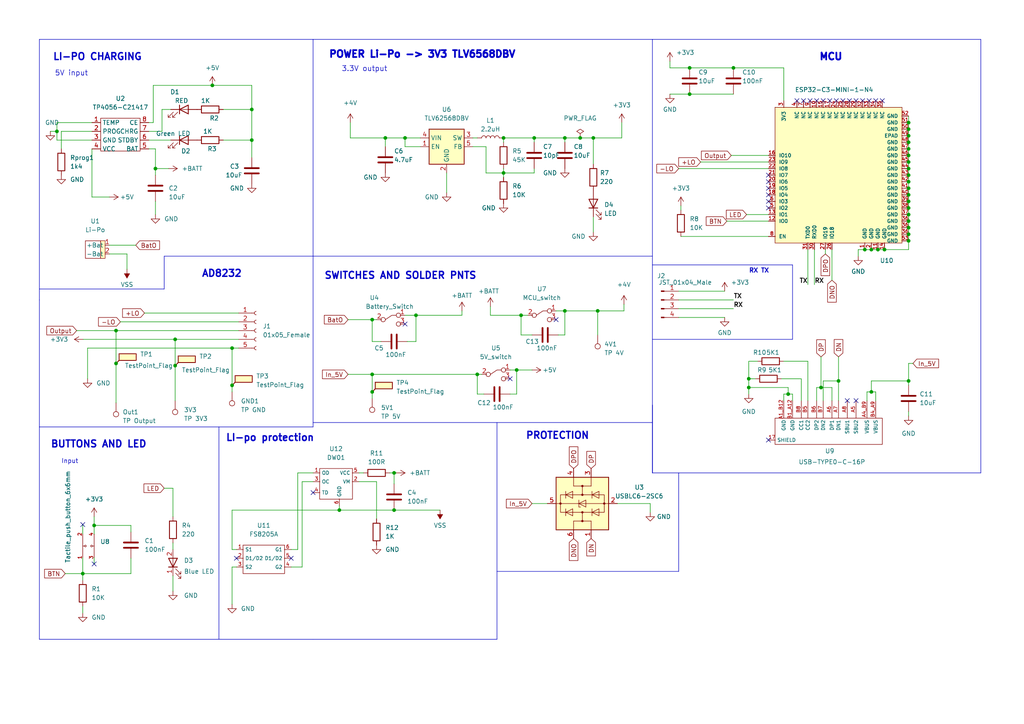
<source format=kicad_sch>
(kicad_sch (version 20230121) (generator eeschema)
  (paper "A4")
  (junction (at 138.43 108.585))
  (junction (at 200.025 19.685))
  (junction (at 263.525 69.85))
  (junction (at 114.3 137.16))
  (junction (at 107.95 92.71))
  (junction (at 263.525 39.37))
  (junction (at 256.54 72.39))
  (junction (at 263.525 110.49))
  (junction (at 200.025 27.305))
  (junction (at 263.525 41.275))
  (junction (at 252.73 72.39))
  (junction (at 67.31 100.965))
  (junction (at 73.025 40.64))
  (junction (at 263.525 60.325))
  (junction (at 154.94 40.005))
  (junction (at 263.525 50.8))
  (junction (at 263.525 45.085))
  (junction (at 263.525 66.04))
  (junction (at 73.025 31.75))
  (junction (at 263.525 48.895))
  (junction (at 98.425 147.955))
  (junction (at 24.003 166.37))
  (junction (at 250.825 72.39))
  (junction (at 50.8 106.045))
  (junction (at 16.51 38.1))
  (junction (at 238.125 112.395))
  (junction (at 107.95 113.665))
  (junction (at 117.475 40.005))
  (junction (at 163.83 40.005))
  (junction (at 263.525 64.135))
  (junction (at 146.05 40.005))
  (junction (at 263.525 37.465))
  (junction (at 149.86 107.315))
  (junction (at 168.275 40.005))
  (junction (at 263.525 46.99))
  (junction (at 254.635 72.39))
  (junction (at 27.305 152.4))
  (junction (at 243.205 110.49))
  (junction (at 263.525 52.705))
  (junction (at 111.76 40.005))
  (junction (at 212.725 19.685))
  (junction (at 120.65 91.44))
  (junction (at 263.525 43.18))
  (junction (at 263.525 56.515))
  (junction (at 252.73 113.665))
  (junction (at 114.3 147.955))
  (junction (at 173.355 90.17))
  (junction (at 263.525 58.42))
  (junction (at 263.525 54.61))
  (junction (at 263.525 62.23))
  (junction (at 263.525 35.56))
  (junction (at 67.31 111.76))
  (junction (at 107.95 108.585))
  (junction (at 263.525 67.945))
  (junction (at 50.8 98.425))
  (junction (at 217.17 109.855))
  (junction (at 163.83 90.17))
  (junction (at 61.595 24.765))
  (junction (at 172.085 40.005))
  (junction (at 33.655 95.885))
  (junction (at 33.655 105.41))
  (junction (at 45.085 48.895))
  (junction (at 146.05 50.165))
  (junction (at 228.6 114.3))
  (junction (at 217.17 112.395))
  (junction (at 151.13 91.44))
  (no_connect (at 90.805 142.875))
  (no_connect (at 24.003 152.146))
  (no_connect (at 231.14 29.21))
  (no_connect (at 252.095 29.21))
  (no_connect (at 246.38 29.21))
  (no_connect (at 222.885 54.61))
  (no_connect (at 244.475 29.21))
  (no_connect (at 222.885 127.635))
  (no_connect (at 250.19 29.21))
  (no_connect (at 234.95 29.21))
  (no_connect (at 233.045 29.21))
  (no_connect (at 248.285 116.205))
  (no_connect (at 222.885 56.515))
  (no_connect (at 222.885 50.8))
  (no_connect (at 68.58 161.925))
  (no_connect (at 254 29.21))
  (no_connect (at 27.305 163.576))
  (no_connect (at 222.885 52.705))
  (no_connect (at 242.57 29.21))
  (no_connect (at 222.885 60.325))
  (no_connect (at 236.855 29.21))
  (no_connect (at 84.455 161.925))
  (no_connect (at 240.665 29.21))
  (no_connect (at 255.905 29.21))
  (no_connect (at 222.885 58.42))
  (no_connect (at 117.475 93.98))
  (no_connect (at 248.285 29.21))
  (no_connect (at 147.955 109.855))
  (no_connect (at 161.29 92.71))
  (no_connect (at 238.76 29.21))
  (no_connect (at 245.745 116.205))
  (wire (pts (xy 263.525 60.325) (xy 263.525 62.23)))
  (polyline (pts (xy 189.23 137.16) (xy 284.48 137.16)) (stroke (width 0) (type solid)))
  (wire (pts (xy 43.18 43.18) (xy 45.085 43.18)))
  (wire (pts (xy 149.86 114.3) (xy 149.86 107.315)))
  (wire (pts (xy 24.003 152.146) (xy 24.003 154.94)))
  (wire (pts (xy 16.51 40.64) (xy 26.67 40.64)))
  (wire (pts (xy 248.92 72.39) (xy 250.825 72.39)))
  (wire (pts (xy 64.77 31.75) (xy 73.025 31.75)))
  (wire (pts (xy 227.33 19.685) (xy 212.725 19.685)))
  (wire (pts (xy 27.305 152.4) (xy 37.973 152.4)))
  (wire (pts (xy 200.025 19.685) (xy 194.31 19.685)))
  (wire (pts (xy 196.85 48.895) (xy 222.885 48.895)))
  (wire (pts (xy 154.94 40.005) (xy 163.83 40.005)))
  (wire (pts (xy 110.49 99.06) (xy 107.95 99.06)))
  (wire (pts (xy 45.085 58.42) (xy 45.085 62.23)))
  (wire (pts (xy 133.985 90.17) (xy 133.985 91.44)))
  (wire (pts (xy 173.355 90.17) (xy 173.355 97.155)))
  (wire (pts (xy 87.63 164.465) (xy 87.63 139.7)))
  (wire (pts (xy 227.33 29.21) (xy 227.33 19.685)))
  (wire (pts (xy 27.305 161.671) (xy 27.305 163.576)))
  (wire (pts (xy 24.13 98.425) (xy 50.8 98.425)))
  (polyline (pts (xy 229.87 98.425) (xy 189.23 98.425)))
  (wire (pts (xy 168.275 40.005) (xy 172.085 40.005)))
  (wire (pts (xy 73.025 24.765) (xy 73.025 31.75)))
  (wire (pts (xy 16.51 38.1) (xy 14.605 38.1)))
  (wire (pts (xy 252.73 72.39) (xy 254.635 72.39)))
  (wire (pts (xy 219.71 104.775) (xy 217.17 104.775)))
  (polyline (pts (xy 144.145 185.42) (xy 144.145 122.555)) (stroke (width 0) (type solid)))
  (wire (pts (xy 263.525 48.895) (xy 263.525 50.8)))
  (wire (pts (xy 263.525 45.085) (xy 263.525 46.99)))
  (wire (pts (xy 104.14 137.16) (xy 105.41 137.16)))
  (wire (pts (xy 137.16 40.005) (xy 138.43 40.005)))
  (wire (pts (xy 263.525 37.465) (xy 263.525 39.37)))
  (wire (pts (xy 263.525 56.515) (xy 263.525 58.42)))
  (wire (pts (xy 203.2 46.99) (xy 222.885 46.99)))
  (wire (pts (xy 180.34 35.56) (xy 180.34 40.005)))
  (wire (pts (xy 238.125 112.395) (xy 236.855 112.395)))
  (wire (pts (xy 216.535 62.23) (xy 222.885 62.23)))
  (wire (pts (xy 101.6 35.56) (xy 101.6 40.005)))
  (wire (pts (xy 17.78 38.1) (xy 17.78 43.18)))
  (polyline (pts (xy 90.805 11.43) (xy 90.805 123.825)) (stroke (width 0) (type solid)))
  (polyline (pts (xy 90.805 185.42) (xy 11.43 185.42)) (stroke (width 0) (type solid)))
  (wire (pts (xy 173.355 90.17) (xy 180.975 90.17)))
  (wire (pts (xy 248.92 72.39) (xy 248.92 74.295)))
  (wire (pts (xy 50.8 98.425) (xy 50.8 106.045)))
  (wire (pts (xy 37.973 154.305) (xy 37.973 152.4)))
  (wire (pts (xy 22.225 95.885) (xy 33.655 95.885)))
  (wire (pts (xy 263.525 110.49) (xy 263.525 111.76)))
  (wire (pts (xy 33.655 105.41) (xy 33.655 116.84)))
  (wire (pts (xy 217.17 112.395) (xy 228.6 112.395)))
  (polyline (pts (xy 11.43 185.42) (xy 11.43 123.825)) (stroke (width 0) (type solid)))
  (wire (pts (xy 188.595 146.05) (xy 188.595 148.59)))
  (wire (pts (xy 86.36 159.385) (xy 84.455 159.385)))
  (wire (pts (xy 263.525 64.135) (xy 263.525 66.04)))
  (wire (pts (xy 114.3 147.955) (xy 127.635 147.955)))
  (wire (pts (xy 64.77 40.64) (xy 73.025 40.64)))
  (wire (pts (xy 109.22 139.7) (xy 109.22 150.495)))
  (wire (pts (xy 16.51 35.56) (xy 26.67 35.56)))
  (wire (pts (xy 263.525 35.56) (xy 263.525 37.465)))
  (polyline (pts (xy 63.5 123.825) (xy 63.5 185.42)) (stroke (width 0) (type solid)))
  (wire (pts (xy 263.525 105.41) (xy 263.525 110.49)))
  (wire (pts (xy 73.025 40.64) (xy 73.025 45.72)))
  (wire (pts (xy 111.76 42.545) (xy 111.76 40.005)))
  (wire (pts (xy 161.925 97.155) (xy 163.83 97.155)))
  (polyline (pts (xy 189.23 11.43) (xy 189.23 137.16)) (stroke (width 0) (type solid)))
  (polyline (pts (xy 189.23 122.555) (xy 90.805 122.555)) (stroke (width 0) (type solid)))
  (wire (pts (xy 210.82 64.135) (xy 222.885 64.135)))
  (wire (pts (xy 263.525 50.8) (xy 263.525 52.705)))
  (wire (pts (xy 228.6 114.3) (xy 228.6 112.395)))
  (wire (pts (xy 161.29 90.17) (xy 163.83 90.17)))
  (wire (pts (xy 44.45 24.765) (xy 61.595 24.765)))
  (wire (pts (xy 100.965 92.71) (xy 107.95 92.71)))
  (wire (pts (xy 263.525 41.275) (xy 263.525 43.18)))
  (wire (pts (xy 43.18 38.1) (xy 46.99 38.1)))
  (wire (pts (xy 256.54 72.39) (xy 263.525 72.39)))
  (wire (pts (xy 50.8 98.425) (xy 69.215 98.425)))
  (wire (pts (xy 26.67 57.15) (xy 31.75 57.15)))
  (wire (pts (xy 232.41 116.205) (xy 232.41 109.855)))
  (wire (pts (xy 90.805 137.16) (xy 86.36 137.16)))
  (wire (pts (xy 252.73 110.49) (xy 252.73 113.665)))
  (wire (pts (xy 117.475 42.545) (xy 117.475 40.005)))
  (wire (pts (xy 114.3 137.16) (xy 114.3 140.335)))
  (wire (pts (xy 217.17 104.775) (xy 217.17 109.855)))
  (wire (pts (xy 107.95 92.71) (xy 109.22 92.71)))
  (wire (pts (xy 254 113.665) (xy 254 116.205)))
  (polyline (pts (xy 196.85 165.735) (xy 196.85 137.16)) (stroke (width 0) (type solid)))
  (wire (pts (xy 263.525 33.655) (xy 263.525 35.56)))
  (wire (pts (xy 232.41 109.855) (xy 226.695 109.855)))
  (wire (pts (xy 146.05 48.895) (xy 146.05 50.165)))
  (wire (pts (xy 50.8 106.045) (xy 50.8 116.205)))
  (wire (pts (xy 111.76 40.005) (xy 117.475 40.005)))
  (wire (pts (xy 197.485 68.58) (xy 222.885 68.58)))
  (wire (pts (xy 239.395 73.66) (xy 239.395 72.39)))
  (wire (pts (xy 120.65 91.44) (xy 133.985 91.44)))
  (wire (pts (xy 107.95 108.585) (xy 138.43 108.585)))
  (wire (pts (xy 238.76 110.49) (xy 243.205 110.49)))
  (wire (pts (xy 196.85 89.535) (xy 212.725 89.535)))
  (wire (pts (xy 234.315 116.205) (xy 234.315 104.775)))
  (wire (pts (xy 146.05 50.165) (xy 154.94 50.165)))
  (wire (pts (xy 27.305 152.4) (xy 27.305 154.94)))
  (wire (pts (xy 121.92 42.545) (xy 117.475 42.545)))
  (wire (pts (xy 41.91 90.805) (xy 69.215 90.805)))
  (wire (pts (xy 118.11 99.06) (xy 120.65 99.06)))
  (wire (pts (xy 129.54 50.165) (xy 129.54 55.88)))
  (wire (pts (xy 138.43 108.585) (xy 138.43 114.3)))
  (wire (pts (xy 25.4 100.965) (xy 67.31 100.965)))
  (wire (pts (xy 50.165 141.605) (xy 47.625 141.605)))
  (wire (pts (xy 104.14 139.7) (xy 109.22 139.7)))
  (wire (pts (xy 236.855 112.395) (xy 236.855 116.205)))
  (wire (pts (xy 263.525 69.85) (xy 263.525 72.39)))
  (wire (pts (xy 263.525 58.42) (xy 263.525 60.325)))
  (wire (pts (xy 146.05 50.165) (xy 146.05 51.435)))
  (wire (pts (xy 67.31 113.665) (xy 67.31 111.76)))
  (wire (pts (xy 263.525 119.38) (xy 263.525 120.65)))
  (wire (pts (xy 37.973 166.37) (xy 24.003 166.37)))
  (polyline (pts (xy 144.145 165.735) (xy 196.85 165.735)) (stroke (width 0) (type solid)))
  (wire (pts (xy 263.525 54.61) (xy 263.525 56.515)))
  (wire (pts (xy 61.595 24.765) (xy 73.025 24.765)))
  (polyline (pts (xy 189.23 117.475) (xy 189.23 137.16)) (stroke (width 0) (type solid)))
  (wire (pts (xy 196.85 92.075) (xy 210.185 92.075)))
  (wire (pts (xy 120.65 99.06) (xy 120.65 91.44)))
  (wire (pts (xy 16.51 35.56) (xy 16.51 38.1)))
  (wire (pts (xy 114.3 137.16) (xy 114.935 137.16)))
  (polyline (pts (xy 90.805 185.42) (xy 144.145 185.42)) (stroke (width 0) (type solid)))
  (wire (pts (xy 98.425 146.685) (xy 98.425 147.955)))
  (wire (pts (xy 27.305 149.86) (xy 27.305 152.4)))
  (wire (pts (xy 172.085 40.005) (xy 172.085 47.625)))
  (wire (pts (xy 86.36 137.16) (xy 86.36 159.385)))
  (wire (pts (xy 263.525 66.04) (xy 263.525 67.945)))
  (wire (pts (xy 251.46 113.665) (xy 252.73 113.665)))
  (wire (pts (xy 228.6 114.3) (xy 227.33 114.3)))
  (wire (pts (xy 25.4 100.965) (xy 25.4 109.855)))
  (wire (pts (xy 163.83 41.275) (xy 163.83 40.005)))
  (polyline (pts (xy 47.625 74.295) (xy 47.625 83.82)) (stroke (width 0) (type solid)))
  (wire (pts (xy 146.05 40.005) (xy 146.05 41.275)))
  (wire (pts (xy 163.83 97.155) (xy 163.83 90.17)))
  (wire (pts (xy 154.94 41.275) (xy 154.94 40.005)))
  (polyline (pts (xy 284.48 137.16) (xy 284.48 11.43)) (stroke (width 0) (type solid)))
  (wire (pts (xy 73.025 31.75) (xy 73.025 40.64)))
  (wire (pts (xy 101.6 40.005) (xy 111.76 40.005)))
  (wire (pts (xy 163.83 90.17) (xy 173.355 90.17)))
  (wire (pts (xy 252.73 113.665) (xy 254 113.665)))
  (wire (pts (xy 196.85 84.455) (xy 210.185 84.455)))
  (wire (pts (xy 254.635 72.39) (xy 256.54 72.39)))
  (wire (pts (xy 197.485 60.96) (xy 197.485 59.69)))
  (wire (pts (xy 100.965 108.585) (xy 107.95 108.585)))
  (wire (pts (xy 26.67 38.1) (xy 17.78 38.1)))
  (wire (pts (xy 67.31 159.385) (xy 68.58 159.385)))
  (wire (pts (xy 37.973 161.925) (xy 37.973 166.37)))
  (wire (pts (xy 142.24 91.44) (xy 151.13 91.44)))
  (polyline (pts (xy 11.43 123.825) (xy 11.43 86.995)) (stroke (width 0) (type solid)))
  (polyline (pts (xy 189.23 76.835) (xy 229.87 76.835)))
  (wire (pts (xy 107.95 108.585) (xy 107.95 113.665)))
  (wire (pts (xy 142.24 88.9) (xy 142.24 91.44)))
  (wire (pts (xy 263.525 67.945) (xy 263.525 69.85)))
  (wire (pts (xy 238.76 116.205) (xy 238.76 110.49)))
  (wire (pts (xy 117.475 40.005) (xy 121.92 40.005)))
  (wire (pts (xy 212.725 19.685) (xy 200.025 19.685)))
  (wire (pts (xy 238.125 103.505) (xy 238.125 112.395)))
  (wire (pts (xy 107.95 92.71) (xy 107.95 99.06)))
  (wire (pts (xy 241.3 72.39) (xy 241.3 81.28)))
  (wire (pts (xy 67.31 100.965) (xy 67.31 111.76)))
  (wire (pts (xy 137.16 42.545) (xy 140.97 42.545)))
  (wire (pts (xy 154.94 48.895) (xy 154.94 50.165)))
  (wire (pts (xy 138.43 108.585) (xy 139.7 108.585)))
  (wire (pts (xy 50.165 167.005) (xy 50.165 171.45)))
  (wire (pts (xy 200.025 27.305) (xy 212.725 27.305)))
  (wire (pts (xy 250.825 72.39) (xy 252.73 72.39)))
  (wire (pts (xy 243.205 110.49) (xy 243.205 116.205)))
  (wire (pts (xy 45.085 48.895) (xy 48.895 48.895)))
  (polyline (pts (xy 189.23 11.43) (xy 284.48 11.43)) (stroke (width 0) (type solid)))
  (wire (pts (xy 31.75 73.66) (xy 36.83 73.66)))
  (wire (pts (xy 26.67 43.18) (xy 26.67 57.15)))
  (wire (pts (xy 151.13 91.44) (xy 153.035 91.44)))
  (wire (pts (xy 45.085 43.18) (xy 45.085 48.895)))
  (wire (pts (xy 140.335 114.3) (xy 138.43 114.3)))
  (wire (pts (xy 196.85 86.995) (xy 212.725 86.995)))
  (wire (pts (xy 33.655 95.885) (xy 69.215 95.885)))
  (wire (pts (xy 180.975 88.265) (xy 180.975 90.17)))
  (wire (pts (xy 243.205 103.505) (xy 243.205 110.49)))
  (polyline (pts (xy 47.625 83.82) (xy 11.43 83.82)) (stroke (width 0) (type solid)))
  (wire (pts (xy 117.475 91.44) (xy 120.65 91.44)))
  (wire (pts (xy 252.73 110.49) (xy 263.525 110.49)))
  (wire (pts (xy 241.3 116.205) (xy 241.3 112.395)))
  (wire (pts (xy 264.795 105.41) (xy 263.525 105.41)))
  (wire (pts (xy 217.17 109.855) (xy 219.075 109.855)))
  (polyline (pts (xy 90.805 123.825) (xy 11.43 123.825)) (stroke (width 0) (type solid)))
  (wire (pts (xy 236.22 72.39) (xy 236.22 82.55)))
  (wire (pts (xy 24.003 166.37) (xy 24.003 168.275)))
  (wire (pts (xy 263.525 39.37) (xy 263.525 41.275)))
  (wire (pts (xy 31.75 71.12) (xy 39.37 71.12)))
  (wire (pts (xy 46.99 31.75) (xy 49.53 31.75)))
  (wire (pts (xy 194.31 19.685) (xy 194.31 17.78)))
  (polyline (pts (xy 90.805 74.295) (xy 189.23 74.295)) (stroke (width 0) (type solid)))
  (wire (pts (xy 263.525 52.705) (xy 263.525 54.61)))
  (wire (pts (xy 24.003 161.671) (xy 24.003 166.37)))
  (wire (pts (xy 107.95 113.665) (xy 107.95 115.57)))
  (polyline (pts (xy 11.43 11.43) (xy 11.43 86.995)) (stroke (width 0) (type solid)))
  (wire (pts (xy 140.97 50.165) (xy 146.05 50.165)))
  (wire (pts (xy 149.86 107.315) (xy 154.305 107.315)))
  (wire (pts (xy 263.525 43.18) (xy 263.525 45.085)))
  (wire (pts (xy 36.83 73.66) (xy 36.83 78.105)))
  (wire (pts (xy 217.17 109.855) (xy 217.17 112.395)))
  (wire (pts (xy 227.33 114.3) (xy 227.33 116.205)))
  (wire (pts (xy 113.03 137.16) (xy 114.3 137.16)))
  (wire (pts (xy 263.525 46.99) (xy 263.525 48.895)))
  (wire (pts (xy 43.18 40.64) (xy 49.53 40.64)))
  (wire (pts (xy 67.31 147.955) (xy 98.425 147.955)))
  (wire (pts (xy 147.955 114.3) (xy 149.86 114.3)))
  (wire (pts (xy 140.97 42.545) (xy 140.97 50.165)))
  (wire (pts (xy 98.425 147.955) (xy 114.3 147.955)))
  (wire (pts (xy 43.18 35.56) (xy 44.45 35.56)))
  (wire (pts (xy 217.17 112.395) (xy 217.17 114.3)))
  (wire (pts (xy 84.455 164.465) (xy 87.63 164.465)))
  (wire (pts (xy 16.51 38.1) (xy 16.51 40.64)))
  (polyline (pts (xy 229.87 76.835) (xy 229.87 98.425)))
  (wire (pts (xy 67.31 100.965) (xy 69.215 100.965)))
  (wire (pts (xy 146.05 40.005) (xy 154.94 40.005)))
  (wire (pts (xy 212.09 45.085) (xy 222.885 45.085)))
  (wire (pts (xy 194.31 27.305) (xy 200.025 27.305)))
  (wire (pts (xy 67.31 164.465) (xy 68.58 164.465)))
  (wire (pts (xy 34.925 93.345) (xy 69.215 93.345)))
  (wire (pts (xy 67.31 164.465) (xy 67.31 175.26)))
  (wire (pts (xy 154.305 146.05) (xy 158.75 146.05)))
  (wire (pts (xy 229.87 116.205) (xy 229.87 114.3)))
  (wire (pts (xy 151.13 97.155) (xy 151.13 91.44)))
  (wire (pts (xy 163.83 40.005) (xy 168.275 40.005)))
  (wire (pts (xy 46.99 31.75) (xy 46.99 38.1)))
  (wire (pts (xy 147.955 107.315) (xy 149.86 107.315)))
  (polyline (pts (xy 90.805 74.295) (xy 47.625 74.295)) (stroke (width 0) (type solid)))
  (wire (pts (xy 24.003 175.895) (xy 24.003 177.8)))
  (wire (pts (xy 154.305 97.155) (xy 151.13 97.155)))
  (wire (pts (xy 50.165 149.86) (xy 50.165 141.605)))
  (wire (pts (xy 45.085 48.895) (xy 45.085 50.8)))
  (polyline (pts (xy 90.805 11.43) (xy 189.23 11.43)) (stroke (width 0) (type solid)))
  (wire (pts (xy 179.07 146.05) (xy 188.595 146.05)))
  (wire (pts (xy 251.46 116.205) (xy 251.46 113.665)))
  (wire (pts (xy 33.655 95.885) (xy 33.655 105.41)))
  (wire (pts (xy 241.3 112.395) (xy 238.125 112.395)))
  (wire (pts (xy 18.923 166.37) (xy 24.003 166.37)))
  (wire (pts (xy 87.63 139.7) (xy 90.805 139.7)))
  (wire (pts (xy 44.45 35.56) (xy 44.45 24.765)))
  (polyline (pts (xy 11.43 11.43) (xy 90.805 11.43)) (stroke (width 0) (type solid)))
  (wire (pts (xy 234.315 104.775) (xy 227.33 104.775)))
  (wire (pts (xy 234.315 72.39) (xy 234.315 82.55)))
  (wire (pts (xy 67.31 159.385) (xy 67.31 147.955)))
  (wire (pts (xy 263.525 62.23) (xy 263.525 64.135)))
  (wire (pts (xy 229.87 114.3) (xy 228.6 114.3)))
  (wire (pts (xy 172.085 67.31) (xy 172.085 62.865)))
  (wire (pts (xy 50.165 159.385) (xy 50.165 157.48)))
  (wire (pts (xy 172.085 40.005) (xy 180.34 40.005)))
  (text "POWER Li-Po -> 3V3 TLV6568DBV\n\n\n" (at 95.25 23.495 0) (effects (font (size 2 2) (thickness 0.8) bold) (justify left bottom)))
  (text "SWITCHES AND SOLDER PNTS\n\n" (at 93.98 84.455 0) (effects (font (size 2 2) bold) (justify left bottom)))
  (text "Input\n" (at 17.78 134.62 0) (effects (font (size 1.27 1.27)) (justify left bottom)))
  (text "LI-PO CHARGING\n" (at 15.24 17.78 0) (effects (font (size 2 2) bold) (justify left bottom)))
  (text "AD8232" (at 58.42 80.645 0) (effects (font (size 2 2) (thickness 0.4) bold) (justify left bottom)))
  (text "RX TX" (at 217.17 79.375 0) (effects (font (size 1.27 1.27) (thickness 0.254) bold) (justify left bottom)))
  (text "PROTECTION" (at 152.4 127.635 0) (effects (font (size 2 2) (thickness 0.4) bold) (justify left bottom)))
  (text "LI-po protection\n" (at 65.405 128.27 0) (effects (font (size 2 2) bold) (justify left bottom)))
  (text "5V input" (at 15.875 22.225 0) (effects (font (size 1.5 1.5)) (justify left bottom)))
  (text "MCU " (at 237.49 17.78 0) (effects (font (size 2 2) (thickness 0.8) bold) (justify left bottom)))
  (text "BUTTONS AND LED\n\n" (at 14.605 133.35 0) (effects (font (size 2 2) (thickness 0.4) bold) (justify left bottom)))
  (text "3.3V output" (at 99.06 20.955 0) (effects (font (size 1.5 1.5)) (justify left bottom)))
  (label "RX" (at 212.725 89.535 0) (effects (font bold)))
  (label "RX" (at 236.22 82.55 0) (effects (font bold)))
  (label "TX" (at 234.315 82.55 180) (effects (font bold)))
  (label "TX" (at 212.725 86.995 0) (effects (font bold)))
  (global_label "DP" (shape input) (at 238.125 103.505 90) (property "Intersheetrefs" "${INTERSHEET_REFS}" (effects hide)))
  (global_label "DNO" (shape input) (at 166.37 156.21 270) (property "Intersheetrefs" "${INTERSHEET_REFS}" (effects hide)))
  (global_label "BTN" (shape input) (at 210.82 64.135 180) (property "Intersheetrefs" "${INTERSHEET_REFS}" (effects hide)))
  (global_label "DNO" (shape input) (at 241.3 81.28 270) (property "Intersheetrefs" "${INTERSHEET_REFS}" (effects hide)))
  (global_label "Output" (shape input) (at 22.225 95.885 180) (property "Intersheetrefs" "${INTERSHEET_REFS}" (effects hide)))
  (global_label "-LO" (shape input) (at 196.85 48.895 180) (property "Intersheetrefs" "${INTERSHEET_REFS}" (effects hide)))
  (global_label "DPO" (shape input) (at 239.395 73.66 270) (property "Intersheetrefs" "${INTERSHEET_REFS}" (effects hide)))
  (global_label "DPO" (shape input) (at 166.37 135.89 90) (property "Intersheetrefs" "${INTERSHEET_REFS}" (effects hide)))
  (global_label "Output" (shape input) (at 212.09 45.085 180) (property "Intersheetrefs" "${INTERSHEET_REFS}" (effects hide)))
  (global_label "DN" (shape input) (at 171.45 156.21 270) (property "Intersheetrefs" "${INTERSHEET_REFS}" (effects hide)))
  (global_label "BTN" (shape input) (at 18.923 166.37 180) (property "Intersheetrefs" "${INTERSHEET_REFS}" (effects hide)))
  (global_label "-LO" (shape input) (at 34.925 93.345 180) (property "Intersheetrefs" "${INTERSHEET_REFS}" (effects hide)))
  (global_label "In_5V" (shape input) (at 100.965 108.585 180) (property "Intersheetrefs" "${INTERSHEET_REFS}" (effects hide)))
  (global_label "+LO" (shape input) (at 41.91 90.805 180) (property "Intersheetrefs" "${INTERSHEET_REFS}" (effects hide)))
  (global_label "DN" (shape input) (at 243.205 103.505 90) (property "Intersheetrefs" "${INTERSHEET_REFS}" (effects hide)))
  (global_label "+LO" (shape input) (at 203.2 46.99 180) (property "Intersheetrefs" "${INTERSHEET_REFS}" (effects hide)))
  (global_label "LED" (shape input) (at 216.535 62.23 180) (property "Intersheetrefs" "${INTERSHEET_REFS}" (effects hide)))
  (global_label "In_5V" (shape input) (at 154.305 146.05 180) (property "Intersheetrefs" "${INTERSHEET_REFS}" (effects hide)))
  (global_label "BatO" (shape input) (at 100.965 92.71 180) (property "Intersheetrefs" "${INTERSHEET_REFS}" (effects hide)))
  (global_label "DP" (shape input) (at 171.45 135.89 90) (property "Intersheetrefs" "${INTERSHEET_REFS}" (effects hide)))
  (global_label "In_5V" (shape input) (at 264.795 105.41 0) (property "Intersheetrefs" "${INTERSHEET_REFS}" (effects hide)))
  (global_label "BatO" (shape input) (at 39.37 71.12 0) (property "Intersheetrefs" "${INTERSHEET_REFS}" (effects hide)))
  (global_label "LED" (shape input) (at 47.625 141.605 180) (property "Intersheetrefs" "${INTERSHEET_REFS}" (effects hide)))
  (symbol (lib_id "TP4056M-C21417:TP4056-C21417") (at 34.925 33.02 0) (unit 1)
    (property "Reference" "U2" (at 34.925 28.575 0))
    (property "Value" "TP4056-C21417" (at 34.925 31.115 0))
    (property "Footprint" "Package_SO:MSOP-8-1EP_3x3mm_P0.65mm_EP2.5x3mm_Mask1.73x2.36mm" (effects hide))
    (property "Datasheet" "https://dlnmh9ip6v2uc.cloudfront.net/datasheets/Prototyping/TP4056.pdf" (effects hide))
    (property "Note" "https://jlcpcb.com/partdetail/22134-TP4056M/C21417" (effects hide))
    (property "Vendor" "C21417" (effects hide))
  )
  (symbol (lib_id "Device:C") (at 144.145 114.3 270) (unit 1)
    (property "Reference" "C12" (at 138.43 116.84 90) (effects (justify left)))
    (property "Value" "100nF" (at 142.875 118.11 90) (effects (justify left)))
    (property "Footprint" "Capacitor_SMD:C_0805_2012Metric_Pad1.18x1.45mm_HandSolder" (effects hide))
    (property "Note" "https://jlcpcb.com/partdetail/39123-0805B104K500NT/C38141" (effects hide))
    (property "Vendor" "C38141" (effects hide))
  )
  (symbol (lib_id "power:GND") (at 67.31 175.26 0) (unit 1)
    (property "Reference" "#PWR0109" (effects hide))
    (property "Value" "GND" (at 69.85 176.5299 0) (effects (justify left)))
  )
  (symbol (lib_id "Power_Protection:USBLC6-2SC6") (at 168.91 146.05 90) (unit 1)
    (property "Reference" "U3" (at 185.42 141.351 90))
    (property "Value" "USBLC6-2SC6" (at 185.42 143.891 90))
    (property "Footprint" "Package_TO_SOT_SMD:SOT-23-6" (effects hide))
    (property "Datasheet" "https://datasheet.lcsc.com/lcsc/2108132230_TECH-PUBLIC-USBLC6-2SC6_C2827654.pdf" (effects hide))
    (property "Note" "https://jlcpcb.com/partdetail/TechPublic-USBLC62SC6/C2827654" (effects hide))
    (property "Vendor" "C2827654" (effects hide))
  )
  (symbol (lib_id "Device:R") (at 223.52 104.775 270) (unit 1)
    (property "Reference" "R10" (at 220.345 102.235 90))
    (property "Value" "5K1" (at 224.155 102.235 90))
    (property "Footprint" "Resistor_SMD:R_0805_2012Metric_Pad1.20x1.40mm_HandSolder" (effects hide))
    (property "Note" "https://jlcpcb.com/partdetail/116585-RS05K512JT/C115337" (effects hide))
    (property "Vendor" "C115337" (effects hide))
  )
  (symbol (lib_id "Device:R") (at 50.165 153.67 0) (unit 1)
    (property "Reference" "R4" (at 52.705 152.4 0) (effects (justify left)))
    (property "Value" "220" (at 52.705 154.94 0) (effects (justify left)))
    (property "Footprint" "Resistor_SMD:R_0805_2012Metric_Pad1.20x1.40mm_HandSolder" (effects hide))
    (property "Datasheet" "https://datasheet.lcsc.com/lcsc/2206010230_UNI-ROYAL-Uniroyal-Elec-0603WAF3302T5E_C4216.pdf" (effects hide))
    (property "Note" "https://jlcpcb.com/partdetail/Yageo-RC0805JR07220RL/C114742" (effects hide))
    (property "Vendor" "C114742" (effects hide))
  )
  (symbol (lib_id "power:+4V") (at 180.975 88.265 0) (unit 1)
    (property "Reference" "#PWR0105" (effects hide))
    (property "Value" "+4V" (at 180.975 82.55 0))
  )
  (symbol (lib_id "Device:R") (at 17.78 46.99 0) (unit 1)
    (property "Reference" "Rprog1" (at 20.32 45.7199 0) (effects (justify left)))
    (property "Value" "1k4" (at 20.32 48.2599 0) (effects (justify left)))
    (property "Footprint" "Resistor_SMD:R_0805_2012Metric_Pad1.20x1.40mm_HandSolder" (effects hide))
    (property "Note" "https://jlcpcb.com/partdetail/18076-0805W8F1401T5E/C17388" (effects hide))
    (property "Vendor" "C17388" (effects hide))
  )
  (symbol (lib_id "Device:C") (at 73.025 49.53 0) (unit 1)
    (property "Reference" "C3" (at 66.675 48.26 0) (effects (justify left)))
    (property "Value" "10uF" (at 65.405 50.8 0) (effects (justify left)))
    (property "Footprint" "Capacitor_SMD:C_0805_2012Metric_Pad1.18x1.45mm_HandSolder" (effects hide))
    (property "Note" "https://jlcpcb.com/partdetail/2065-CL21A106KOQNNNE/C1713" (effects hide))
    (property "Vendor" "C1713" (effects hide))
  )
  (symbol (lib_id "DW01:DW01") (at 95.25 134.62 0) (unit 1)
    (property "Reference" "U12" (at 97.4725 130.175 0))
    (property "Value" "DW01" (at 97.4725 132.715 0))
    (property "Footprint" "Package_TO_SOT_SMD:SOT-23-6" (effects hide))
    (property "Datasheet" "https://datasheet.lcsc.com/lcsc/2204271145_Guangdong-Hottech-DW01_C181096.pdf" (effects hide))
    (property "Note" "https://jlcpcb.com/partdetail/GuangdongHottech-DW01/C181096" (effects hide))
    (property "Vendor" "C181096" (effects hide))
  )
  (symbol (lib_id "power:GND") (at 111.76 50.165 0) (unit 1)
    (property "Reference" "#PWR0123" (effects hide))
    (property "Value" "GND" (at 105.41 51.435 0) (effects (justify left)))
  )
  (symbol (lib_id "power:GND") (at 217.17 114.3 0) (unit 1)
    (property "Reference" "#PWR0132" (effects hide))
    (property "Value" "GND" (at 217.17 119.38 0))
  )
  (symbol (lib_id "power:GND") (at 14.605 38.1 0) (unit 1)
    (property "Reference" "#PWR0111" (effects hide))
    (property "Value" "GND" (at 17.145 35.56 0) (effects (justify right)))
  )
  (symbol (lib_id "battery switch:MCU_switch") (at 156.845 87.63 0) (unit 1)
    (property "Reference" "U7" (at 157.1625 83.82 0))
    (property "Value" "MCU_switch" (at 157.1625 86.36 0))
    (property "Footprint" "Switches:3V3 SWT" (effects hide))
    (property "Datasheet" "file:///D:/Projects/ECG_Li/Documentation/PCB%20documentation/Switch/slider%20switch%20cheap.pdf" (effects hide))
    (property "Note" "https://jlcpcb.com/partdetail/Korean_HropartsElec-SS_12D02VG4/C136719" (effects hide))
    (property "Vendor" "C136719" (effects hide))
  )
  (symbol (lib_id "power:+3V3") (at 210.185 84.455 0) (unit 1)
    (property "Reference" "#PWR0114" (effects hide))
    (property "Value" "+3V3" (at 214.63 81.915 0))
  )
  (symbol (lib_id "power:GND") (at 24.003 177.8 0) (unit 1)
    (property "Reference" "#PWR0120" (effects hide))
    (property "Value" "GND" (at 26.543 179.0699 0) (effects (justify left)))
  )
  (symbol (lib_id "Device:R") (at 109.22 137.16 90) (unit 1)
    (property "Reference" "R11" (at 109.22 131.445 90))
    (property "Value" "100R" (at 109.22 133.985 90))
    (property "Footprint" "Resistor_SMD:R_0805_2012Metric_Pad1.20x1.40mm_HandSolder" (effects hide))
    (property "Note" "https://jlcpcb.com/partdetail/116671-RS05K101JT/C115423" (effects hide))
    (property "Vendor" "C115423" (effects hide))
  )
  (symbol (lib_id "power:+BATT") (at 142.24 88.9 0) (unit 1)
    (property "Reference" "#PWR0106" (effects hide))
    (property "Value" "+BATT" (at 144.78 84.455 0) (effects (justify right)))
  )
  (symbol (lib_id "Device:C") (at 45.085 54.61 0) (unit 1)
    (property "Reference" "C2" (at 48.895 54.61 0) (effects (justify left)))
    (property "Value" "10uF" (at 48.895 57.15 0) (effects (justify left)))
    (property "Footprint" "Capacitor_SMD:C_0805_2012Metric_Pad1.18x1.45mm_HandSolder" (effects hide))
    (property "Note" "https://jlcpcb.com/partdetail/2065-CL21A106KOQNNNE/C1713" (effects hide))
    (property "Vendor" "C1713" (effects hide))
  )
  (symbol (lib_id "Device:C") (at 37.973 158.115 0) (unit 1)
    (property "Reference" "C1" (at 41.91 156.8449 0) (effects (justify left)))
    (property "Value" "100nF" (at 41.91 159.3849 0) (effects (justify left)))
    (property "Footprint" "Capacitor_SMD:C_0805_2012Metric_Pad1.18x1.45mm_HandSolder" (effects hide))
    (property "Note" "https://jlcpcb.com/parts/componentSearch?searchTxt=0805B104K500NT" (effects hide))
    (property "Vendor" "C38141" (effects hide))
  )
  (symbol (lib_id "Connector:TestPoint") (at 173.355 97.155 180) (unit 1)
    (property "Reference" "4V1" (at 175.26 99.822 0) (effects (justify right)))
    (property "Value" "TP 4V" (at 175.26 102.362 0) (effects (justify right)))
    (property "Footprint" "TestPoint:TestPoint_Pad_2.0x2.0mm" (effects hide))
  )
  (symbol (lib_id "Device:R") (at 109.22 154.305 180) (unit 1)
    (property "Reference" "R12" (at 111.76 153.0349 0) (effects (justify right)))
    (property "Value" "1K" (at 111.76 155.5749 0) (effects (justify right)))
    (property "Footprint" "Resistor_SMD:R_0805_2012Metric_Pad1.20x1.40mm_HandSolder" (effects hide))
    (property "Note" "https://jlcpcb.com/partdetail/18102-0805W8F1002T5E/C17414" (effects hide))
    (property "Vendor" "C17414" (effects hide))
  )
  (symbol (lib_id "power:GND") (at 248.92 74.295 0) (unit 1)
    (property "Reference" "#PWR0128" (effects hide))
    (property "Value" "GND" (at 248.92 78.74 0))
  )
  (symbol (lib_id "power:PWR_FLAG") (at 168.275 40.005 0) (unit 1)
    (property "Reference" "#FLG0107" (effects hide))
    (property "Value" "PWR_FLAG" (at 168.275 34.29 0))
  )
  (symbol (lib_id "Device:LED") (at 53.34 31.75 0) (unit 1)
    (property "Reference" "D1" (at 52.07 26.67 0) (effects (justify right)))
    (property "Value" "RED" (at 54.61 29.21 0) (effects (justify right)))
    (property "Footprint" "LED_SMD:LED_0603_1608Metric" (effects hide))
    (property "Datasheet" "https://datasheet.lcsc.com/lcsc/2008201032_Foshan-NationStar-Optoelectronics-NCD0603R1_C84263.pdf" (effects hide))
    (property "Note" "https://jlcpcb.com/partdetail/85432-NCD0603R1/C84263" (effects hide))
    (property "Vendor" "C84263" (effects hide))
  )
  (symbol (lib_id "Device:C") (at 212.725 23.495 0) (unit 1)
    (property "Reference" "C10" (at 215.265 20.955 0) (effects (justify left)))
    (property "Value" "100nF" (at 215.265 23.495 0) (effects (justify left)))
    (property "Footprint" "Capacitor_SMD:C_0805_2012Metric_Pad1.18x1.45mm_HandSolder" (effects hide))
    (property "Note" "https://jlcpcb.com/parts/componentSearch?searchTxt=0805B104K500NT" (effects hide))
    (property "Vendor" "C38141" (effects hide))
  )
  (symbol (lib_id "power:GND") (at 194.31 27.305 0) (unit 1)
    (property "Reference" "#PWR0129" (effects hide))
    (property "Value" "GND" (at 194.31 31.75 0))
  )
  (symbol (lib_id "Connector:TestPoint_Flag") (at 67.31 111.76 0) (unit 1)
    (property "Reference" "TP3" (at 74.295 109.0929 0) (effects (justify left)))
    (property "Value" "TestPoint_Flag" (at 74.295 111.6329 0) (effects (justify left)))
  )
  (symbol (lib_id "Device:C") (at 200.025 23.495 0) (unit 1)
    (property "Reference" "C9" (at 202.565 20.955 0) (effects (justify left)))
    (property "Value" "10uF" (at 202.565 23.495 0) (effects (justify left)))
    (property "Footprint" "Capacitor_SMD:C_0805_2012Metric_Pad1.18x1.45mm_HandSolder" (effects hide))
    (property "Note" "https://jlcpcb.com/partdetail/2065-CL21A106KOQNNNE/C1713" (effects hide))
    (property "Vendor" "C1713" (effects hide))
  )
  (symbol (lib_id "Connector:TestPoint_Flag") (at 107.95 113.665 0) (unit 1)
    (property "Reference" "TP4" (at 114.935 110.9979 0) (effects (justify left)))
    (property "Value" "TestPoint_Flag" (at 114.935 113.5379 0) (effects (justify left)))
  )
  (symbol (lib_id "Connector:TestPoint") (at 67.31 113.665 180) (unit 1)
    (property "Reference" "GND1" (at 69.85 116.332 0) (effects (justify right)))
    (property "Value" "TP GND" (at 69.85 118.872 0) (effects (justify right)))
    (property "Footprint" "TestPoint:TestPoint_Pad_2.0x2.0mm" (effects hide))
  )
  (symbol (lib_id "Device:R") (at 60.96 31.75 90) (unit 1)
    (property "Reference" "R2" (at 63.5 34.29 90) (effects (justify left)))
    (property "Value" "1K" (at 60.96 29.21 90) (effects (justify left)))
    (property "Footprint" "Resistor_SMD:R_0805_2012Metric_Pad1.20x1.40mm_HandSolder" (effects hide))
    (property "Note" "https://jlcpcb.com/partdetail/18102-0805W8F1002T5E/C17414" (effects hide))
    (property "Vendor" "C17414" (effects hide))
  )
  (symbol (lib_id "power:GND") (at 50.165 171.45 0) (unit 1)
    (property "Reference" "#PWR0103" (effects hide))
    (property "Value" "GND" (at 53.34 172.72 0) (effects (justify left)))
  )
  (symbol (lib_id "Device:LED") (at 53.34 40.64 0) (unit 1)
    (property "Reference" "D2" (at 55.245 43.815 0) (effects (justify right)))
    (property "Value" "Green LED" (at 55.245 38.735 0) (effects (justify right)))
    (property "Footprint" "LED_SMD:LED_0603_1608Metric" (effects hide))
    (property "Note" "https://jlcpcb.com/partdetail/YongyuPhotoelectric-SZYY0603G/C434420" (effects hide))
    (property "Vendor" "C434420" (effects hide))
  )
  (symbol (lib_id "Battery:Li-Po") (at 27.94 69.85 0) (unit 1)
    (property "Reference" "U1" (at 27.6225 64.135 0))
    (property "Value" "Li-Po" (at 27.6225 66.675 0))
    (property "Footprint" "Battery_solder_pads:Battery Solder Pad 2.5x2.0mm" (effects hide))
  )
  (symbol (lib_id "Regulator_Switching:TLV62568DBV") (at 129.54 42.545 0) (unit 1)
    (property "Reference" "U6" (at 129.54 31.75 0))
    (property "Value" "TLV62568DBV" (at 129.54 34.29 0))
    (property "Footprint" "Package_TO_SOT_SMD:SOT-23-5" (effects hide))
    (property "Datasheet" "http://www.ti.com/lit/ds/symlink/tlv62568.pdf" (effects hide))
    (property "Note" "https://jlcpcb.com/partdetail/TexasInstruments-TLV62568DBVR/C163219" (effects hide))
    (property "Vendor" "C163219" (effects hide))
  )
  (symbol (lib_name "LED_1") (lib_id "Device:LED") (at 50.165 163.195 90) (unit 1)
    (property "Reference" "D3" (at 53.34 162.56 90) (effects (justify right)))
    (property "Value" "Blue LED" (at 53.34 165.735 90) (effects (justify right)))
    (property "Footprint" "LED_SMD:LED_0603_1608Metric" (effects hide))
    (property "Datasheet" "https://datasheet.lcsc.com/lcsc/1811101510_Everlight-Elec-19-217-BHC-ZL1M2RY-3T_C72041.pdf" (effects hide))
    (property "Note" "https://jlcpcb.com/partdetail/EverlightElec-19_117_BHC_ZL1M2RY3T/C264469" (effects hide))
    (property "Vendor" "C264469" (effects hide))
  )
  (symbol (lib_id "Device:R") (at 24.003 172.085 0) (unit 1)
    (property "Reference" "R1" (at 26.543 170.8149 0) (effects (justify left)))
    (property "Value" "10K" (at 26.543 173.3549 0) (effects (justify left)))
    (property "Footprint" "Resistor_SMD:R_0805_2012Metric_Pad1.20x1.40mm_HandSolder" (effects hide))
    (property "Note" "https://jlcpcb.com/partdetail/18102-0805W8F1002T5E/C17414" (effects hide))
    (property "Vendor" "C17414" (effects hide))
  )
  (symbol (lib_id "Device:R") (at 172.085 51.435 0) (unit 1)
    (property "Reference" "R7" (at 173.99 50.1649 0) (effects (justify left)))
    (property "Value" "220" (at 173.99 52.7049 0) (effects (justify left)))
    (property "Footprint" "Resistor_SMD:R_0805_2012Metric_Pad1.20x1.40mm_HandSolder" (effects hide))
    (property "Note" "https://jlcpcb.com/partdetail/Yageo-RC0805JR07220RL/C114742" (effects hide))
    (property "Vendor" "C114742" (effects hide))
  )
  (symbol (lib_id "Device:R") (at 146.05 45.085 0) (unit 1)
    (property "Reference" "R5" (at 148.59 43.8149 0) (effects (justify left)))
    (property "Value" "45K" (at 148.59 46.3549 0) (effects (justify left)))
    (property "Footprint" "Resistor_SMD:R_0805_2012Metric_Pad1.20x1.40mm_HandSolder" (effects hide))
    (property "Note" "https://jlcpcb.com/partdetail/4717-0805W8F1501T5E/C4310" (effects hide))
    (property "Vendor" "C4310" (effects hide))
  )
  (symbol (lib_id "Device:C") (at 263.525 115.57 0) (unit 1)
    (property "Reference" "C11" (at 266.7 114.2999 0) (effects (justify left)))
    (property "Value" "10uF" (at 266.7 116.8399 0) (effects (justify left)))
    (property "Footprint" "Capacitor_SMD:C_0805_2012Metric_Pad1.18x1.45mm_HandSolder" (effects hide))
    (property "Note" "https://jlcpcb.com/partdetail/2065-CL21A106KOQNNNE/C1713" (effects hide))
    (property "Vendor" "C1713" (effects hide))
  )
  (symbol (lib_id "power:+3V3") (at 180.34 35.56 0) (unit 1)
    (property "Reference" "#PWR0125" (effects hide))
    (property "Value" "+3V3" (at 180.34 30.48 0))
  )
  (symbol (lib_id "Device:C") (at 158.115 97.155 270) (unit 1)
    (property "Reference" "C13" (at 152.4 99.06 90) (effects (justify left)))
    (property "Value" "100nF" (at 155.575 100.965 90) (effects (justify left)))
    (property "Footprint" "Capacitor_SMD:C_0805_2012Metric_Pad1.18x1.45mm_HandSolder" (effects hide))
    (property "Note" "https://jlcpcb.com/partdetail/39123-0805B104K500NT/C38141" (effects hide))
    (property "Vendor" "C38141" (effects hide))
  )
  (symbol (lib_id "power:+5V") (at 61.595 24.765 0) (unit 1)
    (property "Reference" "#PWR0110" (effects hide))
    (property "Value" "+5V" (at 61.595 19.685 0))
  )
  (symbol (lib_id "power:GND") (at 129.54 55.88 0) (unit 1)
    (property "Reference" "#PWR0122" (effects hide))
    (property "Value" "GND" (at 123.19 57.15 0) (effects (justify left)))
  )
  (symbol (lib_id "power:GND") (at 25.4 109.855 0) (unit 1)
    (property "Reference" "#PWR0117" (effects hide))
    (property "Value" "GND" (at 27.94 111.1249 0) (effects (justify left)))
  )
  (symbol (lib_id "power:+3V3") (at 194.31 17.78 0) (unit 1)
    (property "Reference" "#PWR0130" (effects hide))
    (property "Value" "+3V3" (at 198.755 15.24 0))
  )
  (symbol (lib_id "Device:L") (at 142.24 40.005 90) (unit 1)
    (property "Reference" "L1" (at 142.24 34.925 90))
    (property "Value" "2.2uH" (at 142.24 37.465 90))
    (property "Footprint" "Inductor:CY43-2.2uH" (effects hide))
    (property "Note" "https://jlcpcb.com/partdetail/ShouHan-CY43_22UH/C2929416" (effects hide))
    (property "Vendor" "C2929416" (effects hide))
  )
  (symbol (lib_id "ESP32-C3-MINI-1-N4:ESP32-C3-MINI-1-N4") (at 243.84 50.165 0) (unit 1)
    (property "Reference" "U10" (at 257.175 75.565 0))
    (property "Value" "ESP32-C3-MINI-1-N4" (at 241.935 26.035 0))
    (property "Footprint" "ESP32:XCVR_ESP32-C3-MINI-1-N4" (effects hide))
    (property "Datasheet" "https://www.espressif.com/sites/default/files/documentation/esp32-c3-mini-1_datasheet_en.pdf" (effects hide))
    (property "STANDARD" "pg.25" (effects hide))
    (property "Note" "https://jlcpcb.com/partdetail/EspressifSystems-ESP32_C3_MINI_1N4/C2838502" (effects hide))
    (property "Vendor" "C2838502" (effects hide))
  )
  (symbol (lib_id "Device:R") (at 146.05 55.245 0) (unit 1)
    (property "Reference" "R6" (at 148.59 53.9749 0) (effects (justify left)))
    (property "Value" "10K" (at 148.59 56.5149 0) (effects (justify left)))
    (property "Footprint" "Resistor_SMD:R_0805_2012Metric_Pad1.20x1.40mm_HandSolder" (effects hide))
    (property "Note" "https://jlcpcb.com/partdetail/18102-0805W8F1002T5E/C17414" (effects hide))
    (property "Vendor" "C17414" (effects hide))
  )
  (symbol (lib_id "power:GND") (at 210.185 92.075 0) (unit 1)
    (property "Reference" "#PWR0124" (effects hide))
    (property "Value" "GND" (at 210.185 96.52 0))
  )
  (symbol (lib_id "Device:C") (at 114.3 99.06 270) (unit 1)
    (property "Reference" "C5" (at 108.585 100.965 90) (effects (justify left)))
    (property "Value" "100nF" (at 111.76 102.87 90) (effects (justify left)))
    (property "Footprint" "Capacitor_SMD:C_0805_2012Metric_Pad1.18x1.45mm_HandSolder" (effects hide))
    (property "Note" "https://jlcpcb.com/partdetail/39123-0805B104K500NT/C38141" (effects hide))
    (property "Vendor" "C38141" (effects hide))
  )
  (symbol (lib_id "power:GND") (at 17.78 50.8 0) (unit 1)
    (property "Reference" "#PWR0108" (effects hide))
    (property "Value" "GND" (at 20.32 52.0699 0) (effects (justify left)))
  )
  (symbol (lib_id "Device:C") (at 163.83 45.085 0) (unit 1)
    (property "Reference" "C8" (at 166.37 42.545 0) (effects (justify left)))
    (property "Value" "10uF" (at 166.37 45.085 0) (effects (justify left)))
    (property "Footprint" "Capacitor_SMD:C_0805_2012Metric_Pad1.18x1.45mm_HandSolder" (effects hide))
    (property "Note" "https://jlcpcb.com/partdetail/2065-CL21A106KOQNNNE/C1713" (effects hide))
    (property "Vendor" "C1713" (effects hide))
  )
  (symbol (lib_id "Connector:TestPoint") (at 107.95 115.57 180) (unit 1)
    (property "Reference" "5V1" (at 110.49 118.237 0) (effects (justify right)))
    (property "Value" "TP 5V" (at 110.49 120.777 0) (effects (justify right)))
    (property "Footprint" "TestPoint:TestPoint_Pad_2.0x2.0mm" (effects hide))
  )
  (symbol (lib_id "Connector:Conn_01x04_Male") (at 191.77 86.995 0) (unit 1)
    (property "Reference" "J2" (at 191.77 80.01 0))
    (property "Value" "JST_01x04_Male" (at 198.755 81.915 0))
    (property "Footprint" "Connector_PinHeader_2.54mm:PinHeader_1x04_P2.54mm_Vertical" (effects hide))
    (property "Note" "https://jlcpcb.com/partdetail/Zhouri-2_54_14/C5116483" (effects hide))
    (property "Vendor" "C5116483" (effects hide))
  )
  (symbol (lib_id "power:VSS") (at 36.83 78.105 180) (unit 1)
    (property "Reference" "#PWR0137" (effects hide))
    (property "Value" "VSS" (at 36.83 82.55 0))
  )
  (symbol (lib_id "power:GND") (at 163.83 48.895 0) (unit 1)
    (property "Reference" "#PWR0126" (effects hide))
    (property "Value" "GND" (at 157.48 50.165 0) (effects (justify left)))
  )
  (symbol (lib_id "Device:R") (at 60.96 40.64 90) (unit 1)
    (property "Reference" "R3" (at 62.865 43.18 90) (effects (justify left)))
    (property "Value" "1K" (at 61.595 38.1 90) (effects (justify left)))
    (property "Footprint" "Resistor_SMD:R_0805_2012Metric_Pad1.20x1.40mm_HandSolder" (effects hide))
    (property "Note" "https://jlcpcb.com/partdetail/18102-0805W8F1002T5E/C17414" (effects hide))
    (property "Vendor" "C17414" (effects hide))
  )
  (symbol (lib_id "Connector:TestPoint") (at 50.8 116.205 180) (unit 1)
    (property "Reference" "3V3" (at 53.34 118.872 0) (effects (justify right)))
    (property "Value" "TP 3V3" (at 53.34 121.412 0) (effects (justify right)))
    (property "Footprint" "TestPoint:TestPoint_Pad_2.0x2.0mm" (effects hide))
  )
  (symbol (lib_id "Battery protection:FS8205A") (at 74.295 156.21 0) (unit 1)
    (property "Reference" "U11" (at 76.5175 152.4 0))
    (property "Value" "FS8205A" (at 76.5175 154.94 0))
    (property "Footprint" "Package_TO_SOT_SMD:SOT-23-6" (effects hide))
    (property "Datasheet" "https://datasheet.lcsc.com/lcsc/2010271837_FUXINSEMI-FS8205A_C908265.pdf" (effects hide))
    (property "Note" "https://jlcpcb.com/partdetail/Fuxinsemi-FS8205A/C908265" (effects hide))
    (property "Vendor" "C908265" (effects hide))
  )
  (symbol (lib_id "battery switch:5V_switch") (at 144.78 107.315 0) (unit 1)
    (property "Reference" "U5" (at 143.8275 100.965 0))
    (property "Value" "5V_switch" (at 143.8275 103.505 0))
    (property "Footprint" "Switches:5V" (effects hide))
    (property "Note" "https://jlcpcb.com/partdetail/Korean_HropartsElec-SS_12D02VG4/C136719" (effects hide))
    (property "Vendor" "C136719" (effects hide))
  )
  (symbol (lib_id "Device:LED") (at 172.085 59.055 90) (unit 1)
    (property "Reference" "D4" (at 175.26 59.3724 90) (effects (justify right)))
    (property "Value" "LED" (at 175.26 61.9124 90) (effects (justify right)))
    (property "Footprint" "LED_SMD:LED_0603_1608Metric" (effects hide))
    (property "Note" "https://jlcpcb.com/partdetail/85434-NCD0603W1/C84265" (effects hide))
    (property "Vendor" "C84265" (effects hide))
  )
  (symbol (lib_id "Device:C") (at 154.94 45.085 0) (unit 1)
    (property "Reference" "C7" (at 157.48 42.545 0) (effects (justify left)))
    (property "Value" "10pF" (at 157.48 45.085 0) (effects (justify left)))
    (property "Footprint" "Capacitor_SMD:C_0805_2012Metric_Pad1.18x1.45mm_HandSolder" (effects hide))
    (property "Note" "https://jlcpcb.com/partdetail/168956-0805CG100J500NT/C157608" (effects hide))
    (property "Vendor" "C157608" (effects hide))
  )
  (symbol (lib_id "power:+BATT") (at 114.935 137.16 270) (unit 1)
    (property "Reference" "#PWR0135" (effects hide))
    (property "Value" "+BATT" (at 118.745 137.1599 90) (effects (justify left)))
  )
  (symbol (lib_id "power:GND") (at 45.085 62.23 0) (unit 1)
    (property "Reference" "#PWR0113" (effects hide))
    (property "Value" "GND" (at 47.625 63.4999 0) (effects (justify left)))
  )
  (symbol (lib_id "power:GND") (at 263.525 120.65 0) (unit 1)
    (property "Reference" "#PWR0133" (effects hide))
    (property "Value" "GND" (at 263.525 125.73 0))
  )
  (symbol (lib_id "Connector:Conn_01x05_Female") (at 74.295 95.885 0) (unit 1) (in_bom no)
    (property "Reference" "J1" (at 76.2 94.6149 0) (effects (justify left)))
    (property "Value" "01x05_Female" (at 76.2 97.1549 0) (effects (justify left)))
    (property "Footprint" "Connector_PinHeader_2.54mm:PinHeader_1x05_P2.54mm_Vertical" (effects hide))
  )
  (symbol (lib_id "power:+3V3") (at 24.13 98.425 90) (unit 1)
    (property "Reference" "#PWR0118" (effects hide))
    (property "Value" "+3V3" (at 17.145 98.425 90))
  )
  (symbol (lib_id "Connector:TestPoint") (at 33.655 116.84 180) (unit 1)
    (property "Reference" "Out1" (at 35.56 119.507 0) (effects (justify right)))
    (property "Value" "TP Output" (at 35.56 122.047 0) (effects (justify right)))
    (property "Footprint" "TestPoint:TestPoint_Pad_2.0x2.0mm" (effects hide))
  )
  (symbol (lib_id "power:+BATT") (at 133.985 90.17 0) (unit 1)
    (property "Reference" "#PWR0107" (effects hide))
    (property "Value" "+BATT" (at 133.985 85.725 0))
  )
  (symbol (lib_id "Device:C") (at 114.3 144.145 0) (unit 1)
    (property "Reference" "C4" (at 118.11 142.8749 0) (effects (justify left)))
    (property "Value" "100nF" (at 118.11 145.4149 0) (effects (justify left)))
    (property "Footprint" "Capacitor_SMD:C_0805_2012Metric_Pad1.18x1.45mm_HandSolder" (effects hide))
    (property "Note" "https://jlcpcb.com/parts/componentSearch?searchTxt=0805B104K500NT" (effects hide))
    (property "Vendor" "C38141" (effects hide))
  )
  (symbol (lib_id "power:+4V") (at 101.6 35.56 0) (unit 1)
    (property "Reference" "#PWR0121" (effects hide))
    (property "Value" "+4V" (at 101.6 29.845 0))
  )
  (symbol (lib_id "Connector:TestPoint_Flag") (at 50.8 106.045 0) (unit 1)
    (property "Reference" "TP2" (at 57.785 103.3779 0) (effects (justify left)))
    (property "Value" "TestPoint_Flag" (at 52.705 107.315 0) (effects (justify left)))
  )
  (symbol (lib_id "power:GND") (at 73.025 53.34 0) (unit 1)
    (property "Reference" "#PWR0115" (effects hide))
    (property "Value" "GND" (at 66.675 54.61 0) (effects (justify left)))
  )
  (symbol (lib_id "power:+BATT") (at 48.895 48.895 270) (unit 1)
    (property "Reference" "#PWR0116" (effects hide))
    (property "Value" "+BATT" (at 52.705 48.8949 90) (effects (justify left)))
  )
  (symbol (lib_id "power:VSS") (at 127.635 147.955 180) (unit 1)
    (property "Reference" "#PWR0136" (effects hide))
    (property "Value" "VSS" (at 127.635 152.4 0))
  )
  (symbol (lib_id "power:+5V") (at 154.305 107.315 270) (unit 1)
    (property "Reference" "#PWR0112" (effects hide))
    (property "Value" "+5V" (at 159.385 107.315 90))
  )
  (symbol (lib_id "Device:R") (at 222.885 109.855 270) (unit 1)
    (property "Reference" "R9" (at 220.98 107.315 90))
    (property "Value" "5K1" (at 224.79 107.315 90))
    (property "Footprint" "Resistor_SMD:R_0805_2012Metric_Pad1.20x1.40mm_HandSolder" (effects hide))
    (property "Note" "https://jlcpcb.com/partdetail/116585-RS05K512JT/C115337" (effects hide))
    (property "Vendor" "C115337" (effects hide))
  )
  (symbol (lib_id "power:GND") (at 188.595 148.59 0) (unit 1)
    (property "Reference" "#PWR0104" (effects hide))
    (property "Value" "GND" (at 190.5 149.8599 0) (effects (justify left)))
  )
  (symbol (lib_id "Device:C") (at 111.76 46.355 0) (unit 1)
    (property "Reference" "C6" (at 114.3 43.815 0) (effects (justify left)))
    (property "Value" "4.7uF" (at 114.3 46.355 0) (effects (justify left)))
    (property "Footprint" "Capacitor_SMD:C_0805_2012Metric_Pad1.18x1.45mm_HandSolder" (effects hide))
    (property "Note" "https://jlcpcb.com/partdetail/TaiyoYuden-UMK212BBJ475KGT/C412634" (effects hide))
    (property "Vendor" "C412634" (effects hide))
  )
  (symbol (lib_id "power:+3V3") (at 27.305 149.86 0) (unit 1)
    (property "Reference" "#PWR0119" (effects hide))
    (property "Value" "+3V3" (at 27.305 144.78 0))
  )
  (symbol (lib_id "power:GND") (at 146.05 59.055 0) (unit 1)
    (property "Reference" "#PWR0101" (effects hide))
    (property "Value" "GND" (at 139.7 60.325 0) (effects (justify left)))
  )
  (symbol (lib_id "USB-TYPE-C-16P:USB-TYPE0-C-16P") (at 240.03 123.825 0) (unit 1)
    (property "Reference" "U9" (at 240.665 130.81 0))
    (property "Value" "USB-TYPE0-C-16P" (at 241.3 133.985 0))
    (property "Footprint" "USBS:HRO_TYPE-C-31-M-12" (effects hide))
    (property "Datasheet" "https://datasheet.lcsc.com/lcsc/2201121730_HDGC-TYPE-C-CQ-106PWB_C2936196.pdf" (effects hide))
    (property "Note" "https://jlcpcb.com/partdetail/Shenzhen_KinghelmElec-KH_TYPE_C16P/C709357" (effects hide))
    (property "Vendor" "C709357" (effects hide))
  )
  (symbol (lib_id "Connector:TestPoint_Flag") (at 33.655 105.41 0) (unit 1)
    (property "Reference" "TP1" (at 40.64 102.7429 0) (effects (justify left)))
    (property "Value" "TestPoint_Flag" (at 36.195 106.045 0) (effects (justify left)))
  )
  (symbol (lib_id "battery switch:Battery_Switch") (at 113.665 91.44 0) (unit 1)
    (property "Reference" "U4" (at 108.585 86.36 0))
    (property "Value" "Battery_Switch" (at 113.03 88.9 0))
    (property "Footprint" "Switches:Battery_swt" (effects hide))
    (property "Datasheet" "file:///D:/Projects/ECG_Li/Documentation/PCB%20documentation/Switch/slider%20switch%20cheap.pdf" (effects hide))
    (property "Note" "https://jlcpcb.com/partdetail/Korean_HropartsElec-SS_12D02VG4/C136719" (effects hide))
    (property "Vendor" "C136719" (effects hide))
  )
  (symbol (lib_id "Tactile button:Tactile_push_button_6x6mm") (at 21.463 158.115 90) (unit 1)
    (property "Reference" "U8" (at 29.083 157.0989 90) (effects (justify right)))
    (property "Value" "Tactile_push_button_6x6mm" (at 19.685 136.525 0) (effects (justify right)))
    (property "Footprint" "Buttons:Tactile_pushbutton_6x6mm" (effects hide))
    (property "Datasheet" "https://datasheet.lcsc.com/lcsc/1810101632_E-Switch-TL3301AF160QG_C273519.pdf" (effects hide))
    (property "Note" "https://jlcpcb.com/partdetail/eswitch-TL3301AF160QG/C273519" (effects hide))
    (property "Vendor" "C273519" (effects hide))
  )
  (symbol (lib_id "power:+5V") (at 31.75 57.15 270) (unit 1)
    (property "Reference" "#PWR0127" (effects hide))
    (property "Value" "+5V" (at 36.83 57.15 90))
  )
  (symbol (lib_id "power:GND") (at 109.22 158.115 0) (unit 1)
    (property "Reference" "#PWR0134" (effects hide))
    (property "Value" "GND" (at 111.76 159.3849 0) (effects (justify left)))
  )
  (symbol (lib_id "power:GND") (at 172.085 67.31 0) (unit 1)
    (property "Reference" "#PWR0102" (effects hide))
    (property "Value" "GND" (at 165.735 68.58 0) (effects (justify left)))
  )
  (symbol (lib_id "Device:R") (at 197.485 64.77 0) (unit 1)
    (property "Reference" "R8" (at 200.025 63.4999 0) (effects (justify left)))
    (property "Value" "10K" (at 200.025 66.0399 0) (effects (justify left)))
    (property "Footprint" "Resistor_SMD:R_0805_2012Metric_Pad1.20x1.40mm_HandSolder" (effects hide))
    (property "Note" "https://jlcpcb.com/partdetail/18102-0805W8F1002T5E/C17414" (effects hide))
    (property "Vendor" "C17414" (effects hide))
  )
  (symbol (lib_id "power:+3V3") (at 197.485 59.69 0) (unit 1)
    (property "Reference" "#PWR0131" (effects hide))
    (property "Value" "+3V3" (at 197.485 54.61 0))
  )
)
</source>
